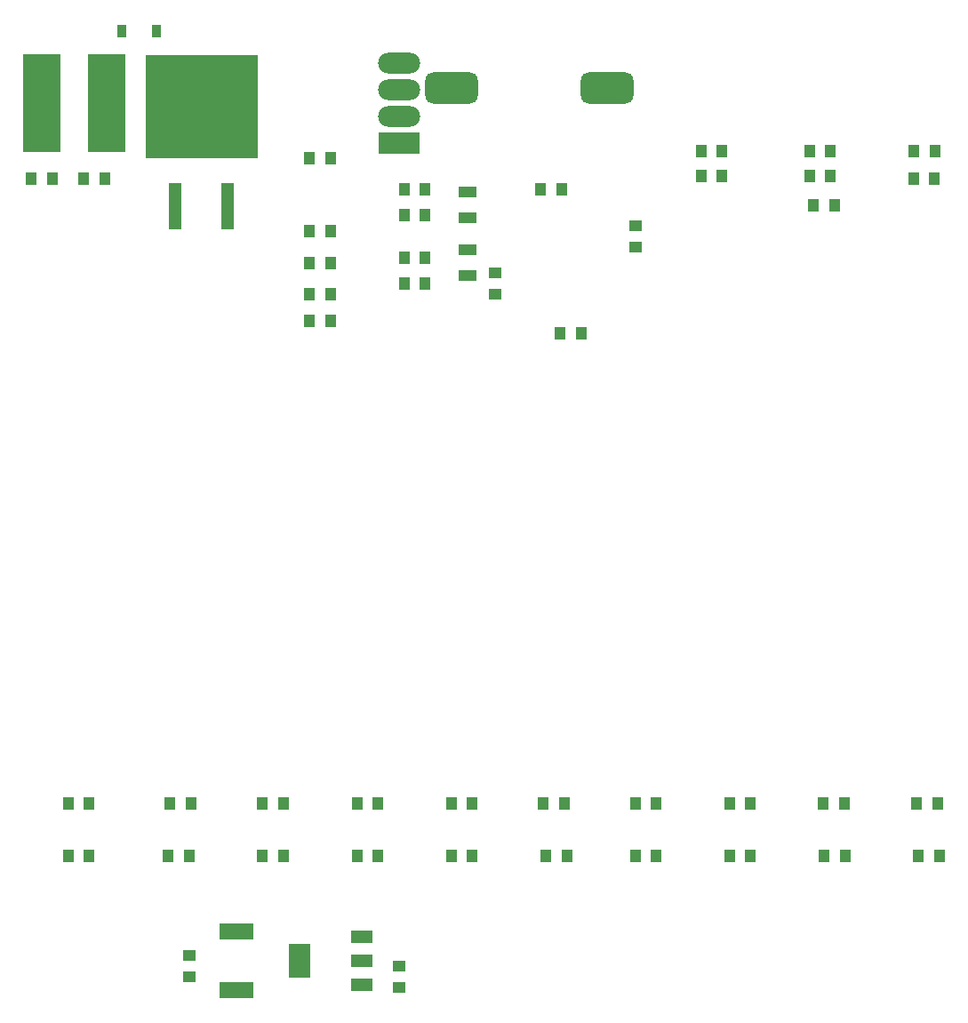
<source format=gbp>
G04*
G04 #@! TF.GenerationSoftware,Altium Limited,Altium Designer,23.1.1 (15)*
G04*
G04 Layer_Color=128*
%FSLAX44Y44*%
%MOMM*%
G71*
G04*
G04 #@! TF.SameCoordinates,57464860-8124-4CEE-8048-BAEBFFAEA9BF*
G04*
G04*
G04 #@! TF.FilePolarity,Positive*
G04*
G01*
G75*
%ADD51R,4.0000X2.0000*%
%ADD52O,4.0000X2.0000*%
%ADD53R,1.2500X1.0000*%
%ADD54R,1.0000X1.2500*%
G04:AMPARAMS|DCode=55|XSize=3mm|YSize=5mm|CornerRadius=0.75mm|HoleSize=0mm|Usage=FLASHONLY|Rotation=270.000|XOffset=0mm|YOffset=0mm|HoleType=Round|Shape=RoundedRectangle|*
%AMROUNDEDRECTD55*
21,1,3.0000,3.5000,0,0,270.0*
21,1,1.5000,5.0000,0,0,270.0*
1,1,1.5000,-1.7500,-0.7500*
1,1,1.5000,-1.7500,0.7500*
1,1,1.5000,1.7500,0.7500*
1,1,1.5000,1.7500,-0.7500*
%
%ADD55ROUNDEDRECTD55*%
%ADD56R,3.2000X1.6000*%
%ADD57R,2.1500X1.2000*%
%ADD58R,2.1500X3.2000*%
%ADD59R,1.8000X1.1000*%
%ADD60R,3.6000X9.4000*%
%ADD61R,1.3000X4.5000*%
%ADD62R,0.9100X1.2200*%
%ADD63R,10.7000X9.9000*%
D51*
X395000Y859200D02*
D03*
D52*
Y884600D02*
D03*
Y910000D02*
D03*
Y935400D02*
D03*
D53*
X486688Y735000D02*
D03*
Y715000D02*
D03*
X395000Y75000D02*
D03*
Y55000D02*
D03*
X195000Y65000D02*
D03*
Y85000D02*
D03*
X620000Y780000D02*
D03*
Y760000D02*
D03*
D54*
X465000Y180000D02*
D03*
X445000D02*
D03*
X905000Y825000D02*
D03*
X885000D02*
D03*
X885500Y851028D02*
D03*
X905500D02*
D03*
X310000Y690000D02*
D03*
X330000D02*
D03*
X310000Y745000D02*
D03*
X330000D02*
D03*
X310000Y715000D02*
D03*
X330000D02*
D03*
X310000Y775000D02*
D03*
X330000D02*
D03*
X530000Y815000D02*
D03*
X550000D02*
D03*
X548668Y677789D02*
D03*
X568668D02*
D03*
X420000Y790000D02*
D03*
X400000D02*
D03*
X420000Y815000D02*
D03*
X400000D02*
D03*
X682676Y827645D02*
D03*
X702676D02*
D03*
X702676Y851250D02*
D03*
X682676D02*
D03*
X786250Y827645D02*
D03*
X806250D02*
D03*
X806250Y851028D02*
D03*
X786250D02*
D03*
X790000Y800000D02*
D03*
X810000D02*
D03*
X420000Y750000D02*
D03*
X400000D02*
D03*
X800000Y180000D02*
D03*
X820000D02*
D03*
X819111Y230000D02*
D03*
X799111D02*
D03*
X730000D02*
D03*
X710000D02*
D03*
X730000Y180000D02*
D03*
X710000D02*
D03*
X640000Y230000D02*
D03*
X620000D02*
D03*
Y180000D02*
D03*
X640000D02*
D03*
X285000Y230000D02*
D03*
X265000D02*
D03*
X375000Y180000D02*
D03*
X355000D02*
D03*
X375000Y230000D02*
D03*
X355000D02*
D03*
X908000D02*
D03*
X888000D02*
D03*
X910000Y180000D02*
D03*
X890000D02*
D03*
X80000Y230000D02*
D03*
X100000D02*
D03*
Y180000D02*
D03*
X80000D02*
D03*
X555000D02*
D03*
X535000D02*
D03*
X465000Y230000D02*
D03*
X445000D02*
D03*
X552444D02*
D03*
X532444D02*
D03*
X265000Y180000D02*
D03*
X285000D02*
D03*
X195000D02*
D03*
X175000D02*
D03*
X196889Y230000D02*
D03*
X176889D02*
D03*
X330000Y845000D02*
D03*
X400000Y725000D02*
D03*
X115000Y825000D02*
D03*
X310000Y845000D02*
D03*
X420000Y725000D02*
D03*
X65000Y825000D02*
D03*
X45000D02*
D03*
X95000D02*
D03*
D55*
X445053Y911750D02*
D03*
X593053D02*
D03*
D56*
X240000Y52000D02*
D03*
Y108000D02*
D03*
D57*
X359250Y103000D02*
D03*
Y80000D02*
D03*
Y57000D02*
D03*
D58*
X300750Y80000D02*
D03*
D59*
X460002Y787502D02*
D03*
Y812502D02*
D03*
Y732502D02*
D03*
Y757502D02*
D03*
D60*
X55000Y897000D02*
D03*
X117000D02*
D03*
D61*
X182000Y799000D02*
D03*
X232000D02*
D03*
D62*
X164000Y966000D02*
D03*
X131250D02*
D03*
D63*
X207000Y894000D02*
D03*
M02*

</source>
